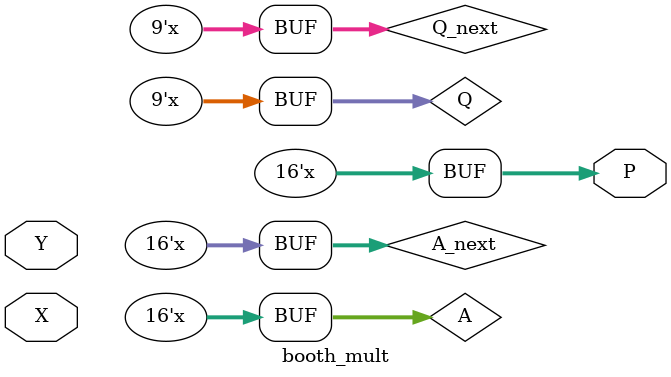
<source format=sv>
module booth_mult (
    input [7:0] X, Y,
    output [15:0] P
);
    reg [15:0] A;
    reg [8:0] Q;
    reg [15:0] A_next;
    reg [8:0] Q_next;
    
    always @(*) begin
        // Initialize A and Q
        A_next = 16'b0;
        Q_next = {Y, 1'b0};
        
        // Booth iteration logic
        case(Q[1:0])
            2'b01: A_next = A + {X, 8'b0};
            2'b10: A_next = A - {X, 8'b0};
            default: A_next = A;
        endcase
        
        // Shift operation
        {A_next, Q_next} = {A_next[15], A_next, Q[8:1]};
        
        // Register update
        A = A_next;
        Q = Q_next;
    end
    
    assign P = A;
endmodule
</source>
